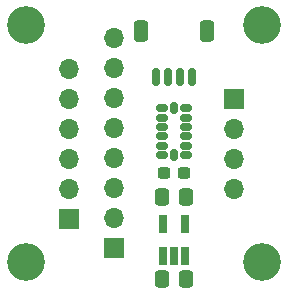
<source format=gbr>
%TF.GenerationSoftware,KiCad,Pcbnew,(6.0.5)*%
%TF.CreationDate,2022-10-07T13:32:44+01:00*%
%TF.ProjectId,IBBC_0001,49424243-5f30-4303-9031-2e6b69636164,rev?*%
%TF.SameCoordinates,Original*%
%TF.FileFunction,Soldermask,Top*%
%TF.FilePolarity,Negative*%
%FSLAX46Y46*%
G04 Gerber Fmt 4.6, Leading zero omitted, Abs format (unit mm)*
G04 Created by KiCad (PCBNEW (6.0.5)) date 2022-10-07 13:32:44*
%MOMM*%
%LPD*%
G01*
G04 APERTURE LIST*
G04 Aperture macros list*
%AMRoundRect*
0 Rectangle with rounded corners*
0 $1 Rounding radius*
0 $2 $3 $4 $5 $6 $7 $8 $9 X,Y pos of 4 corners*
0 Add a 4 corners polygon primitive as box body*
4,1,4,$2,$3,$4,$5,$6,$7,$8,$9,$2,$3,0*
0 Add four circle primitives for the rounded corners*
1,1,$1+$1,$2,$3*
1,1,$1+$1,$4,$5*
1,1,$1+$1,$6,$7*
1,1,$1+$1,$8,$9*
0 Add four rect primitives between the rounded corners*
20,1,$1+$1,$2,$3,$4,$5,0*
20,1,$1+$1,$4,$5,$6,$7,0*
20,1,$1+$1,$6,$7,$8,$9,0*
20,1,$1+$1,$8,$9,$2,$3,0*%
G04 Aperture macros list end*
%ADD10C,3.200000*%
%ADD11R,0.650000X1.560000*%
%ADD12RoundRect,0.237500X-0.300000X-0.237500X0.300000X-0.237500X0.300000X0.237500X-0.300000X0.237500X0*%
%ADD13RoundRect,0.250000X-0.337500X-0.475000X0.337500X-0.475000X0.337500X0.475000X-0.337500X0.475000X0*%
%ADD14RoundRect,0.150000X0.150000X0.625000X-0.150000X0.625000X-0.150000X-0.625000X0.150000X-0.625000X0*%
%ADD15RoundRect,0.250000X0.350000X0.650000X-0.350000X0.650000X-0.350000X-0.650000X0.350000X-0.650000X0*%
%ADD16RoundRect,0.150000X-0.325000X-0.150000X0.325000X-0.150000X0.325000X0.150000X-0.325000X0.150000X0*%
%ADD17RoundRect,0.150000X-0.150000X-0.325000X0.150000X-0.325000X0.150000X0.325000X-0.150000X0.325000X0*%
%ADD18R,1.700000X1.700000*%
%ADD19O,1.700000X1.700000*%
G04 APERTURE END LIST*
D10*
%TO.C,REF\u002A\u002A*%
X-10000000Y-10000000D03*
%TD*%
%TO.C,REF\u002A\u002A*%
X-10000000Y10000000D03*
%TD*%
%TO.C,REF\u002A\u002A*%
X10000000Y10000000D03*
%TD*%
%TO.C,REF\u002A\u002A*%
X10000000Y-10000000D03*
%TD*%
D11*
%TO.C,U2*%
X1590000Y-6810000D03*
X3490000Y-6810000D03*
X3490000Y-9510000D03*
X2540000Y-9510000D03*
X1590000Y-9510000D03*
%TD*%
D12*
%TO.C,C3*%
X1677500Y-2500000D03*
X3402500Y-2500000D03*
%TD*%
D13*
%TO.C,C2*%
X3577500Y-4500000D03*
X1502500Y-4500000D03*
%TD*%
%TO.C,C1*%
X1502500Y-11500000D03*
X3577500Y-11500000D03*
%TD*%
D14*
%TO.C,J1*%
X4040000Y5620000D03*
X3040000Y5620000D03*
X2040000Y5620000D03*
X1040000Y5620000D03*
D15*
X-260000Y9495000D03*
X5340000Y9495000D03*
%TD*%
D16*
%TO.C,U1*%
X1540000Y3000000D03*
X1540000Y2200000D03*
X1540000Y1400000D03*
X1540000Y600000D03*
X1540000Y-200000D03*
X1540000Y-1000000D03*
D17*
X2540000Y-1000000D03*
D16*
X3540000Y-1000000D03*
X3540000Y-200000D03*
X3540000Y600000D03*
X3540000Y1400000D03*
X3540000Y2200000D03*
X3540000Y3000000D03*
D17*
X2540000Y3000000D03*
%TD*%
D18*
%TO.C,J4*%
X7620000Y3800000D03*
D19*
X7620000Y1260000D03*
X7620000Y-1280000D03*
X7620000Y-3820000D03*
%TD*%
D18*
%TO.C,J3*%
X-6350000Y-6350000D03*
D19*
X-6350000Y-3810000D03*
X-6350000Y-1270000D03*
X-6350000Y1270000D03*
X-6350000Y3810000D03*
X-6350000Y6350000D03*
%TD*%
D18*
%TO.C,J2*%
X-2540000Y-8875000D03*
D19*
X-2540000Y-6335000D03*
X-2540000Y-3795000D03*
X-2540000Y-1255000D03*
X-2540000Y1285000D03*
X-2540000Y3825000D03*
X-2540000Y6365000D03*
X-2540000Y8905000D03*
%TD*%
M02*

</source>
